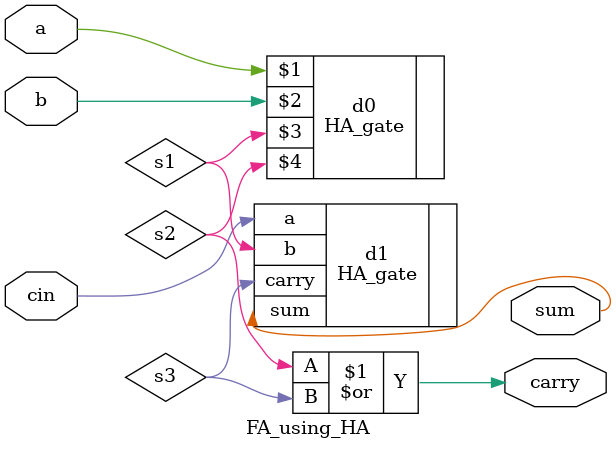
<source format=v>
`timescale 1ns / 1ps

// Design Name: 
// Module Name: FA_using_HA
// Project Name: 
// Target Devices: 
// Tool Versions: 
// Description: 
// 
// Dependencies: 
// 
// Revision:
// Revision 0.01 - File Created
// Additional Comments:
// 
//////////////////////////////////////////////////////////////////////////////////

module FA_using_HA(
    input a,
    input b,
    input cin,
    output sum,
    output carry
    );
   wire s1, s2, s3;
   HA_gate d0 (a, b, s1, s2);
   HA_gate d1 (.a(cin), .b(s1), .sum(sum), .carry(s3) );    
   assign carry = s2 | s3;
endmodule

</source>
